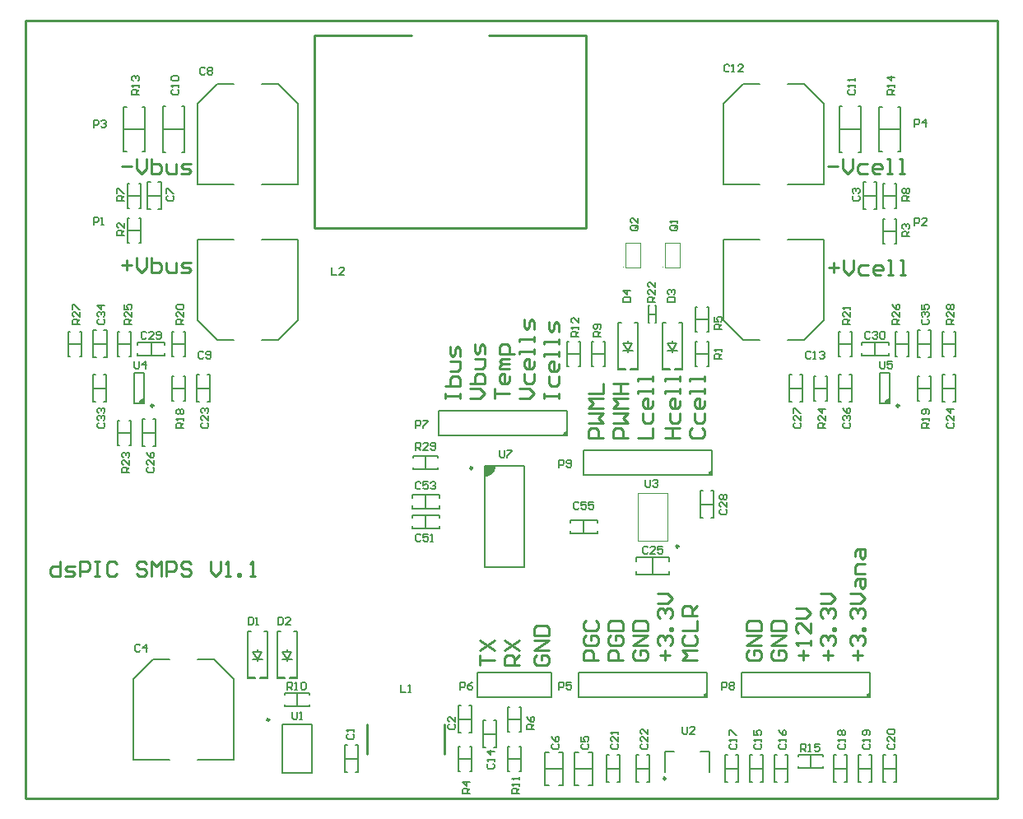
<source format=gto>
G04 Layer_Color=65535*
%FSLAX25Y25*%
%MOIN*%
G70*
G01*
G75*
%ADD33C,0.01000*%
%ADD43C,0.00984*%
%ADD44C,0.00787*%
%ADD45C,0.00394*%
%ADD46C,0.00591*%
%ADD47C,0.00500*%
G36*
X190063Y132898D02*
X187701Y130535D01*
X185929D01*
Y134472D01*
X190063D01*
Y132898D01*
D02*
G37*
G36*
X342024Y41000D02*
X340685D01*
Y41669D01*
X341472Y42457D01*
X342024D01*
Y41000D01*
D02*
G37*
G36*
X276024D02*
X274685D01*
Y41669D01*
X275472Y42457D01*
X276024D01*
Y41000D01*
D02*
G37*
G36*
X278024Y131000D02*
X276685D01*
Y131669D01*
X277472Y132457D01*
X278024D01*
Y131000D01*
D02*
G37*
G36*
X349969Y159898D02*
X348000D01*
Y160488D01*
X349181Y161669D01*
X349969D01*
Y159898D01*
D02*
G37*
G36*
X47969D02*
X46000D01*
Y160488D01*
X47181Y161669D01*
X47969D01*
Y159898D01*
D02*
G37*
G36*
X219283Y147000D02*
X217944D01*
Y147669D01*
X218731Y148457D01*
X219283D01*
Y147000D01*
D02*
G37*
D33*
X138252Y18094D02*
Y29906D01*
X169748Y18094D02*
Y29906D01*
X226921Y231024D02*
Y308976D01*
X117079Y231024D02*
X226921D01*
X117079D02*
Y308976D01*
X156252D01*
X187748D02*
X226921D01*
X0Y0D02*
Y314961D01*
Y0D02*
X393701D01*
Y314961D01*
X0D02*
X393701D01*
X325047Y255999D02*
X329046D01*
X331045Y258998D02*
Y254999D01*
X333045Y253000D01*
X335044Y254999D01*
Y258998D01*
X341042Y256999D02*
X338043D01*
X337043Y255999D01*
Y254000D01*
X338043Y253000D01*
X341042D01*
X346041D02*
X344041D01*
X343041Y254000D01*
Y255999D01*
X344041Y256999D01*
X346041D01*
X347040Y255999D01*
Y254999D01*
X343041D01*
X349040Y253000D02*
X351039D01*
X350039D01*
Y258998D01*
X349040D01*
X354038Y253000D02*
X356037D01*
X355037D01*
Y258998D01*
X354038D01*
X325441Y214999D02*
X329440D01*
X327440Y216998D02*
Y213000D01*
X331439Y217998D02*
Y213999D01*
X333438Y212000D01*
X335438Y213999D01*
Y217998D01*
X341436Y215999D02*
X338437D01*
X337437Y214999D01*
Y213000D01*
X338437Y212000D01*
X341436D01*
X346434D02*
X344435D01*
X343435Y213000D01*
Y214999D01*
X344435Y215999D01*
X346434D01*
X347434Y214999D01*
Y213999D01*
X343435D01*
X349433Y212000D02*
X351432D01*
X350433D01*
Y217998D01*
X349433D01*
X354432Y212000D02*
X356431D01*
X355431D01*
Y217998D01*
X354432D01*
X39000Y255999D02*
X42999D01*
X44998Y258998D02*
Y254999D01*
X46997Y253000D01*
X48997Y254999D01*
Y258998D01*
X50996D02*
Y253000D01*
X53995D01*
X54995Y254000D01*
Y254999D01*
Y255999D01*
X53995Y256999D01*
X50996D01*
X56994D02*
Y254000D01*
X57994Y253000D01*
X60993D01*
Y256999D01*
X62992Y253000D02*
X65991D01*
X66991Y254000D01*
X65991Y254999D01*
X63992D01*
X62992Y255999D01*
X63992Y256999D01*
X66991D01*
X39000Y215999D02*
X42999D01*
X40999Y217998D02*
Y214000D01*
X44998Y218998D02*
Y214999D01*
X46997Y213000D01*
X48997Y214999D01*
Y218998D01*
X50996D02*
Y213000D01*
X53995D01*
X54995Y214000D01*
Y214999D01*
Y215999D01*
X53995Y216999D01*
X50996D01*
X56994D02*
Y214000D01*
X57994Y213000D01*
X60993D01*
Y216999D01*
X62992Y213000D02*
X65991D01*
X66991Y214000D01*
X65991Y214999D01*
X63992D01*
X62992Y215999D01*
X63992Y216999D01*
X66991D01*
X13999Y95998D02*
Y90000D01*
X11000D01*
X10000Y91000D01*
Y92999D01*
X11000Y93999D01*
X13999D01*
X15998Y90000D02*
X18997D01*
X19997Y91000D01*
X18997Y91999D01*
X16998D01*
X15998Y92999D01*
X16998Y93999D01*
X19997D01*
X21996Y90000D02*
Y95998D01*
X24995D01*
X25995Y94998D01*
Y92999D01*
X24995Y91999D01*
X21996D01*
X27994Y95998D02*
X29994D01*
X28994D01*
Y90000D01*
X27994D01*
X29994D01*
X36991Y94998D02*
X35992Y95998D01*
X33992D01*
X32993Y94998D01*
Y91000D01*
X33992Y90000D01*
X35992D01*
X36991Y91000D01*
X48987Y94998D02*
X47988Y95998D01*
X45988D01*
X44989Y94998D01*
Y93999D01*
X45988Y92999D01*
X47988D01*
X48987Y91999D01*
Y91000D01*
X47988Y90000D01*
X45988D01*
X44989Y91000D01*
X50987Y90000D02*
Y95998D01*
X52986Y93999D01*
X54985Y95998D01*
Y90000D01*
X56985D02*
Y95998D01*
X59984D01*
X60984Y94998D01*
Y92999D01*
X59984Y91999D01*
X56985D01*
X66982Y94998D02*
X65982Y95998D01*
X63982D01*
X62983Y94998D01*
Y93999D01*
X63982Y92999D01*
X65982D01*
X66982Y91999D01*
Y91000D01*
X65982Y90000D01*
X63982D01*
X62983Y91000D01*
X74979Y95998D02*
Y91999D01*
X76978Y90000D01*
X78978Y91999D01*
Y95998D01*
X80977Y90000D02*
X82976D01*
X81977D01*
Y95998D01*
X80977Y94998D01*
X85975Y90000D02*
Y91000D01*
X86975D01*
Y90000D01*
X85975D01*
X90974D02*
X92973D01*
X91974D01*
Y95998D01*
X90974Y94998D01*
X337001Y56000D02*
Y59999D01*
X335002Y57999D02*
X339000D01*
X335002Y61998D02*
X334002Y62998D01*
Y64997D01*
X335002Y65997D01*
X336001D01*
X337001Y64997D01*
Y63997D01*
Y64997D01*
X338001Y65997D01*
X339000D01*
X340000Y64997D01*
Y62998D01*
X339000Y61998D01*
X340000Y67996D02*
X339000D01*
Y68996D01*
X340000D01*
Y67996D01*
X335002Y72995D02*
X334002Y73994D01*
Y75994D01*
X335002Y76993D01*
X336001D01*
X337001Y75994D01*
Y74994D01*
Y75994D01*
X338001Y76993D01*
X339000D01*
X340000Y75994D01*
Y73994D01*
X339000Y72995D01*
X334002Y78993D02*
X338001D01*
X340000Y80992D01*
X338001Y82991D01*
X334002D01*
X336001Y85990D02*
Y87990D01*
X337001Y88989D01*
X340000D01*
Y85990D01*
X339000Y84991D01*
X338001Y85990D01*
Y88989D01*
X340000Y90989D02*
X336001D01*
Y93988D01*
X337001Y94987D01*
X340000D01*
X336001Y97986D02*
Y99986D01*
X337001Y100986D01*
X340000D01*
Y97986D01*
X339000Y96987D01*
X338001Y97986D01*
Y100986D01*
X325001Y56000D02*
Y59999D01*
X323002Y57999D02*
X327000D01*
X323002Y61998D02*
X322002Y62998D01*
Y64997D01*
X323002Y65997D01*
X324001D01*
X325001Y64997D01*
Y63997D01*
Y64997D01*
X326001Y65997D01*
X327000D01*
X328000Y64997D01*
Y62998D01*
X327000Y61998D01*
X328000Y67996D02*
X327000D01*
Y68996D01*
X328000D01*
Y67996D01*
X323002Y72995D02*
X322002Y73994D01*
Y75994D01*
X323002Y76993D01*
X324001D01*
X325001Y75994D01*
Y74994D01*
Y75994D01*
X326001Y76993D01*
X327000D01*
X328000Y75994D01*
Y73994D01*
X327000Y72995D01*
X322002Y78993D02*
X326001D01*
X328000Y80992D01*
X326001Y82991D01*
X322002D01*
X315001Y56000D02*
Y59999D01*
X313002Y57999D02*
X317000D01*
X318000Y61998D02*
Y63997D01*
Y62998D01*
X312002D01*
X313002Y61998D01*
X318000Y70995D02*
Y66996D01*
X314001Y70995D01*
X313002D01*
X312002Y69995D01*
Y67996D01*
X313002Y66996D01*
X312002Y72995D02*
X316001D01*
X318000Y74994D01*
X316001Y76993D01*
X312002D01*
X303002Y59999D02*
X302002Y58999D01*
Y57000D01*
X303002Y56000D01*
X307000D01*
X308000Y57000D01*
Y58999D01*
X307000Y59999D01*
X305001D01*
Y57999D01*
X308000Y61998D02*
X302002D01*
X308000Y65997D01*
X302002D01*
Y67996D02*
X308000D01*
Y70995D01*
X307000Y71995D01*
X303002D01*
X302002Y70995D01*
Y67996D01*
X293002Y59999D02*
X292002Y58999D01*
Y57000D01*
X293002Y56000D01*
X297000D01*
X298000Y57000D01*
Y58999D01*
X297000Y59999D01*
X295001D01*
Y57999D01*
X298000Y61998D02*
X292002D01*
X298000Y65997D01*
X292002D01*
Y67996D02*
X298000D01*
Y70995D01*
X297000Y71995D01*
X293002D01*
X292002Y70995D01*
Y67996D01*
X232000Y56000D02*
X226002D01*
Y58999D01*
X227002Y59999D01*
X229001D01*
X230001Y58999D01*
Y56000D01*
X227002Y65997D02*
X226002Y64997D01*
Y62998D01*
X227002Y61998D01*
X231000D01*
X232000Y62998D01*
Y64997D01*
X231000Y65997D01*
X229001D01*
Y63997D01*
X227002Y71995D02*
X226002Y70995D01*
Y68996D01*
X227002Y67996D01*
X231000D01*
X232000Y68996D01*
Y70995D01*
X231000Y71995D01*
X242000Y56000D02*
X236002D01*
Y58999D01*
X237002Y59999D01*
X239001D01*
X240001Y58999D01*
Y56000D01*
X237002Y65997D02*
X236002Y64997D01*
Y62998D01*
X237002Y61998D01*
X241000D01*
X242000Y62998D01*
Y64997D01*
X241000Y65997D01*
X239001D01*
Y63997D01*
X236002Y67996D02*
X242000D01*
Y70995D01*
X241000Y71995D01*
X237002D01*
X236002Y70995D01*
Y67996D01*
X247002Y59999D02*
X246002Y58999D01*
Y57000D01*
X247002Y56000D01*
X251000D01*
X252000Y57000D01*
Y58999D01*
X251000Y59999D01*
X249001D01*
Y57999D01*
X252000Y61998D02*
X246002D01*
X252000Y65997D01*
X246002D01*
Y67996D02*
X252000D01*
Y70995D01*
X251000Y71995D01*
X247002D01*
X246002Y70995D01*
Y67996D01*
X259001Y56000D02*
Y59999D01*
X257002Y57999D02*
X261000D01*
X257002Y61998D02*
X256002Y62998D01*
Y64997D01*
X257002Y65997D01*
X258001D01*
X259001Y64997D01*
Y63997D01*
Y64997D01*
X260001Y65997D01*
X261000D01*
X262000Y64997D01*
Y62998D01*
X261000Y61998D01*
X262000Y67996D02*
X261000D01*
Y68996D01*
X262000D01*
Y67996D01*
X257002Y72995D02*
X256002Y73994D01*
Y75994D01*
X257002Y76993D01*
X258001D01*
X259001Y75994D01*
Y74994D01*
Y75994D01*
X260001Y76993D01*
X261000D01*
X262000Y75994D01*
Y73994D01*
X261000Y72995D01*
X256002Y78993D02*
X260001D01*
X262000Y80992D01*
X260001Y82991D01*
X256002D01*
X272000Y56000D02*
X266002D01*
X268001Y57999D01*
X266002Y59999D01*
X272000D01*
X267002Y65997D02*
X266002Y64997D01*
Y62998D01*
X267002Y61998D01*
X271000D01*
X272000Y62998D01*
Y64997D01*
X271000Y65997D01*
X266002Y67996D02*
X272000D01*
Y71995D01*
Y73994D02*
X266002D01*
Y76993D01*
X267002Y77993D01*
X269001D01*
X270001Y76993D01*
Y73994D01*
Y75994D02*
X272000Y77993D01*
X234000Y146000D02*
X228002D01*
Y148999D01*
X229002Y149999D01*
X231001D01*
X232001Y148999D01*
Y146000D01*
X228002Y151998D02*
X234000D01*
X232001Y153997D01*
X234000Y155997D01*
X228002D01*
X234000Y157996D02*
X228002D01*
X230001Y159995D01*
X228002Y161995D01*
X234000D01*
X228002Y163994D02*
X234000D01*
Y167993D01*
X244000Y146000D02*
X238002D01*
Y148999D01*
X239002Y149999D01*
X241001D01*
X242001Y148999D01*
Y146000D01*
X238002Y151998D02*
X244000D01*
X242001Y153997D01*
X244000Y155997D01*
X238002D01*
X244000Y157996D02*
X238002D01*
X240001Y159995D01*
X238002Y161995D01*
X244000D01*
X238002Y163994D02*
X244000D01*
X241001D01*
Y167993D01*
X238002D01*
X244000D01*
X248002Y146000D02*
X254000D01*
Y149999D01*
X250001Y155997D02*
Y152998D01*
X251001Y151998D01*
X253000D01*
X254000Y152998D01*
Y155997D01*
Y160995D02*
Y158996D01*
X253000Y157996D01*
X251001D01*
X250001Y158996D01*
Y160995D01*
X251001Y161995D01*
X252001D01*
Y157996D01*
X254000Y163994D02*
Y165993D01*
Y164994D01*
X248002D01*
Y163994D01*
X254000Y168993D02*
Y170992D01*
Y169992D01*
X248002D01*
Y168993D01*
X270002Y149999D02*
X269002Y148999D01*
Y147000D01*
X270002Y146000D01*
X274000D01*
X275000Y147000D01*
Y148999D01*
X274000Y149999D01*
X271001Y155997D02*
Y152998D01*
X272001Y151998D01*
X274000D01*
X275000Y152998D01*
Y155997D01*
Y160995D02*
Y158996D01*
X274000Y157996D01*
X272001D01*
X271001Y158996D01*
Y160995D01*
X272001Y161995D01*
X273001D01*
Y157996D01*
X275000Y163994D02*
Y165993D01*
Y164994D01*
X269002D01*
Y163994D01*
X275000Y168993D02*
Y170992D01*
Y169992D01*
X269002D01*
Y168993D01*
X259002Y146000D02*
X265000D01*
X262001D01*
Y149999D01*
X259002D01*
X265000D01*
X261001Y155997D02*
Y152998D01*
X262001Y151998D01*
X264000D01*
X265000Y152998D01*
Y155997D01*
Y160995D02*
Y158996D01*
X264000Y157996D01*
X262001D01*
X261001Y158996D01*
Y160995D01*
X262001Y161995D01*
X263001D01*
Y157996D01*
X265000Y163994D02*
Y165993D01*
Y164994D01*
X259002D01*
Y163994D01*
X265000Y168993D02*
Y170992D01*
Y169992D01*
X259002D01*
Y168993D01*
X184002Y54000D02*
Y57999D01*
Y55999D01*
X190000D01*
X184002Y59998D02*
X190000Y63997D01*
X184002D02*
X190000Y59998D01*
X200000Y54000D02*
X194002D01*
Y56999D01*
X195002Y57999D01*
X197001D01*
X198001Y56999D01*
Y54000D01*
Y55999D02*
X200000Y57999D01*
X194002Y59998D02*
X200000Y63997D01*
X194002D02*
X200000Y59998D01*
X207002Y57999D02*
X206002Y56999D01*
Y55000D01*
X207002Y54000D01*
X211000D01*
X212000Y55000D01*
Y56999D01*
X211000Y57999D01*
X209001D01*
Y55999D01*
X212000Y59998D02*
X206002D01*
X212000Y63997D01*
X206002D01*
Y65996D02*
X212000D01*
Y68995D01*
X211000Y69995D01*
X207002D01*
X206002Y68995D01*
Y65996D01*
X190002Y162000D02*
Y165999D01*
Y163999D01*
X196000D01*
Y170997D02*
Y168998D01*
X195000Y167998D01*
X193001D01*
X192001Y168998D01*
Y170997D01*
X193001Y171997D01*
X194001D01*
Y167998D01*
X196000Y173996D02*
X192001D01*
Y174996D01*
X193001Y175996D01*
X196000D01*
X193001D01*
X192001Y176995D01*
X193001Y177995D01*
X196000D01*
X197999Y179994D02*
X192001D01*
Y182993D01*
X193001Y183993D01*
X195000D01*
X196000Y182993D01*
Y179994D01*
X210002Y162000D02*
Y163999D01*
Y163000D01*
X216000D01*
Y162000D01*
Y163999D01*
X212001Y170997D02*
Y167998D01*
X213001Y166998D01*
X215000D01*
X216000Y167998D01*
Y170997D01*
Y175996D02*
Y173996D01*
X215000Y172996D01*
X213001D01*
X212001Y173996D01*
Y175996D01*
X213001Y176995D01*
X214001D01*
Y172996D01*
X216000Y178995D02*
Y180994D01*
Y179994D01*
X210002D01*
Y178995D01*
X216000Y183993D02*
Y185992D01*
Y184993D01*
X210002D01*
Y183993D01*
X216000Y188991D02*
Y191990D01*
X215000Y192990D01*
X214001Y191990D01*
Y189991D01*
X213001Y188991D01*
X212001Y189991D01*
Y192990D01*
X200002Y162000D02*
X204001D01*
X206000Y163999D01*
X204001Y165999D01*
X200002D01*
X202001Y171997D02*
Y168998D01*
X203001Y167998D01*
X205000D01*
X206000Y168998D01*
Y171997D01*
Y176995D02*
Y174996D01*
X205000Y173996D01*
X203001D01*
X202001Y174996D01*
Y176995D01*
X203001Y177995D01*
X204001D01*
Y173996D01*
X206000Y179994D02*
Y181993D01*
Y180994D01*
X200002D01*
Y179994D01*
X206000Y184993D02*
Y186992D01*
Y185992D01*
X200002D01*
Y184993D01*
X206000Y189991D02*
Y192990D01*
X205000Y193990D01*
X204001Y192990D01*
Y190991D01*
X203001Y189991D01*
X202001Y190991D01*
Y193990D01*
X170002Y162000D02*
Y163999D01*
Y163000D01*
X176000D01*
Y162000D01*
Y163999D01*
X170002Y166998D02*
X176000D01*
Y169997D01*
X175000Y170997D01*
X174001D01*
X173001D01*
X172001Y169997D01*
Y166998D01*
Y172996D02*
X175000D01*
X176000Y173996D01*
Y176995D01*
X172001D01*
X176000Y178995D02*
Y181993D01*
X175000Y182993D01*
X174001Y181993D01*
Y179994D01*
X173001Y178995D01*
X172001Y179994D01*
Y182993D01*
X180002Y162000D02*
X184001D01*
X186000Y163999D01*
X184001Y165999D01*
X180002D01*
Y167998D02*
X186000D01*
Y170997D01*
X185000Y171997D01*
X184001D01*
X183001D01*
X182001Y170997D01*
Y167998D01*
Y173996D02*
X185000D01*
X186000Y174996D01*
Y177995D01*
X182001D01*
X186000Y179994D02*
Y182993D01*
X185000Y183993D01*
X184001Y182993D01*
Y180994D01*
X183001Y179994D01*
X182001Y180994D01*
Y183993D01*
D43*
X98681Y31811D02*
G03*
X98681Y31811I-492J0D01*
G01*
X259240Y7986D02*
G03*
X259240Y7986I-492J0D01*
G01*
X353807Y159012D02*
G03*
X353807Y159012I-492J0D01*
G01*
X51807D02*
G03*
X51807Y159012I-492J0D01*
G01*
X264492Y102000D02*
G03*
X264492Y102000I-492J0D01*
G01*
X180909Y133685D02*
G03*
X180909Y133685I-492J0D01*
G01*
D44*
X276024Y42457D02*
G03*
X274685Y41118I0J-1339D01*
G01*
X349772Y161669D02*
G03*
X348000Y159898I0J-1772D01*
G01*
X47772Y161669D02*
G03*
X46000Y159898I0J-1772D01*
G01*
X342024Y42457D02*
G03*
X340685Y41118I0J-1339D01*
G01*
X278024Y132457D02*
G03*
X276685Y131118I0J-1339D01*
G01*
X186126Y130535D02*
G03*
X190063Y134472I0J3937D01*
G01*
X219283Y148457D02*
G03*
X217944Y147118I0J-1339D01*
G01*
X104000Y10158D02*
X116000D01*
X104000Y29842D02*
X116000D01*
Y10158D02*
Y29842D01*
X104000Y10158D02*
Y29842D01*
X43724Y15724D02*
Y48402D01*
Y15724D02*
X58291D01*
X69709D02*
X84276D01*
Y48402D01*
X51598Y56276D02*
X58291D01*
X43724Y48402D02*
X51598Y56276D01*
X76402D02*
X84276Y48402D01*
X69709Y56276D02*
X76402D01*
X258945Y10545D02*
Y18921D01*
X262685D01*
X277055Y10545D02*
Y18921D01*
X273315D02*
X277055D01*
X274685Y41000D02*
Y41118D01*
X223976Y41000D02*
X276024D01*
X223976D02*
Y51000D01*
X276024D01*
Y41000D02*
Y51000D01*
X346031Y159898D02*
Y172102D01*
X349969Y159898D02*
Y172102D01*
X346031D02*
X349969D01*
X346031Y159898D02*
X349969D01*
X349772Y161669D02*
X349969D01*
X44032Y159898D02*
Y172102D01*
X47969Y159898D02*
Y172102D01*
X44032D02*
X47969D01*
X44032Y159898D02*
X47969D01*
X47772Y161669D02*
X47969D01*
X282724Y248724D02*
Y281402D01*
Y248724D02*
X297291D01*
X308709D02*
X323276D01*
Y281402D01*
X290598Y289276D02*
X297291D01*
X282724Y281402D02*
X290598Y289276D01*
X315402D02*
X323276Y281402D01*
X308709Y289276D02*
X315402D01*
X323276Y193598D02*
Y226276D01*
X308709D02*
X323276D01*
X282724D02*
X297291D01*
X282724Y193598D02*
Y226276D01*
X308709Y185724D02*
X315402D01*
X323276Y193598D01*
X282724D02*
X290598Y185724D01*
X297291D01*
X244000Y184181D02*
Y185362D01*
Y180638D02*
Y181425D01*
X242032Y184181D02*
X245575D01*
X242032D02*
X244000Y181425D01*
X245575Y184181D01*
X242032Y181425D02*
X245969D01*
X262000Y184181D02*
Y185362D01*
Y180638D02*
Y181425D01*
X260032Y184181D02*
X263575D01*
X260032D02*
X262000Y181425D01*
X263575Y184181D01*
X260032Y181425D02*
X263968D01*
X110276Y193598D02*
Y226276D01*
X95709D02*
X110276D01*
X69724D02*
X84291D01*
X69724Y193598D02*
Y226276D01*
X95709Y185724D02*
X102402D01*
X110276Y193598D01*
X69724D02*
X77598Y185724D01*
X84291D01*
X69724Y248724D02*
Y281402D01*
Y248724D02*
X84291D01*
X95709D02*
X110276D01*
Y281402D01*
X77598Y289276D02*
X84291D01*
X69724Y281402D02*
X77598Y289276D01*
X102402D02*
X110276Y281402D01*
X95709Y289276D02*
X102402D01*
X106000Y59181D02*
Y60362D01*
Y55638D02*
Y56425D01*
X104032Y59181D02*
X107575D01*
X104032D02*
X106000Y56425D01*
X107575Y59181D01*
X104032Y56425D02*
X107968D01*
X94000Y59181D02*
Y60362D01*
Y55638D02*
Y56425D01*
X92032Y59181D02*
X95575D01*
X92032D02*
X94000Y56425D01*
X95575Y59181D01*
X92032Y56425D02*
X95969D01*
X342024Y41000D02*
Y51000D01*
X289976D02*
X342024D01*
X289976Y41000D02*
Y51000D01*
Y41000D02*
X342024D01*
X340685D02*
Y41118D01*
X278024Y131000D02*
Y141000D01*
X225976D02*
X278024D01*
X225976Y131000D02*
Y141000D01*
Y131000D02*
X278024D01*
X276685D02*
Y131118D01*
X185929Y130535D02*
X186126D01*
X185929Y93528D02*
X202071D01*
X185929Y134472D02*
X202071D01*
Y93528D02*
Y134472D01*
X185929Y93528D02*
Y134472D01*
X183000Y41000D02*
Y51000D01*
X213000D01*
Y41000D02*
Y51000D01*
X183000Y41000D02*
X213000D01*
X219283Y147000D02*
Y157000D01*
X167235D02*
X219283D01*
X167235Y147000D02*
Y157000D01*
Y147000D02*
X219283D01*
X217944D02*
Y147118D01*
D45*
X242260Y215079D02*
G03*
X242260Y215079I-197J0D01*
G01*
X258260D02*
G03*
X258260Y215079I-197J0D01*
G01*
X248000Y104354D02*
X260000D01*
Y123646D01*
X248000D02*
X260000D01*
X248000Y104354D02*
Y123646D01*
X243047Y215079D02*
X248952D01*
Y224922D01*
X243047D02*
X248952D01*
X243047Y215079D02*
Y224922D01*
X259047Y215079D02*
X264952D01*
Y224922D01*
X259047D02*
X264952D01*
X259047Y215079D02*
Y224922D01*
D46*
X110000Y37244D02*
Y42756D01*
X105000Y42000D02*
Y42756D01*
X115000D01*
Y42000D02*
Y42756D01*
Y37244D02*
Y38000D01*
X105000Y37244D02*
X115000D01*
X105000D02*
Y38000D01*
X129244Y21512D02*
X130425D01*
X129244Y10488D02*
Y21512D01*
Y10488D02*
X130425D01*
X133575D02*
X134756D01*
Y21512D01*
X133575D02*
X134756D01*
X129244Y16000D02*
X134756D01*
X210457Y12000D02*
X217543D01*
X215968Y5307D02*
X217543D01*
Y18693D01*
X215968D02*
X217543D01*
X210457D02*
X212032D01*
X210457Y5307D02*
Y18693D01*
Y5307D02*
X212032D01*
X222457Y12000D02*
X229543D01*
X227969Y5307D02*
X229543D01*
Y18693D01*
X227969D02*
X229543D01*
X222457D02*
X224031D01*
X222457Y5307D02*
Y18693D01*
Y5307D02*
X224031D01*
X195244Y16000D02*
X200756D01*
X200000Y21000D02*
X200756D01*
Y11000D02*
Y21000D01*
X200000Y11000D02*
X200756D01*
X195244D02*
X196000D01*
X195244D02*
Y21000D01*
X196000D01*
X195244Y32000D02*
X200756D01*
X200000Y37000D02*
X200756D01*
Y27000D02*
Y37000D01*
X200000Y27000D02*
X200756D01*
X195244D02*
X196000D01*
X195244D02*
Y37000D01*
X196000D01*
X189503Y20488D02*
X190684D01*
Y31512D01*
X189503D02*
X190684D01*
X185172D02*
X186353D01*
X185172Y20488D02*
Y31512D01*
Y20488D02*
X186353D01*
X185172Y26000D02*
X190684D01*
X175244Y16000D02*
X180756D01*
X175244Y11000D02*
X176000D01*
X175244D02*
Y21000D01*
X176000D01*
X180000D02*
X180756D01*
Y11000D02*
Y21000D01*
X180000Y11000D02*
X180756D01*
X179575Y26488D02*
X180756D01*
Y37512D01*
X179575D02*
X180756D01*
X175244D02*
X176425D01*
X175244Y26488D02*
Y37512D01*
Y26488D02*
X176425D01*
X175244Y32000D02*
X180756D01*
X235244Y17512D02*
X236425D01*
X235244Y6488D02*
Y17512D01*
Y6488D02*
X236425D01*
X239575D02*
X240756D01*
Y17512D01*
X239575D02*
X240756D01*
X235244Y12000D02*
X240756D01*
X347244Y17512D02*
X348425D01*
X347244Y6488D02*
Y17512D01*
Y6488D02*
X348425D01*
X351575D02*
X352756D01*
Y17512D01*
X351575D02*
X352756D01*
X347244Y12000D02*
X352756D01*
X337244Y17512D02*
X338425D01*
X337244Y6488D02*
Y17512D01*
Y6488D02*
X338425D01*
X341575D02*
X342756D01*
Y17512D01*
X341575D02*
X342756D01*
X337244Y12000D02*
X342756D01*
X327244Y17512D02*
X328425D01*
X327244Y6488D02*
Y17512D01*
Y6488D02*
X328425D01*
X331575D02*
X332756D01*
Y17512D01*
X331575D02*
X332756D01*
X327244Y12000D02*
X332756D01*
X283244Y17512D02*
X284425D01*
X283244Y6488D02*
Y17512D01*
Y6488D02*
X284425D01*
X287575D02*
X288756D01*
Y17512D01*
X287575D02*
X288756D01*
X283244Y12000D02*
X288756D01*
X318000Y12244D02*
Y17756D01*
X323000Y12244D02*
Y13000D01*
X313000Y12244D02*
X323000D01*
X313000D02*
Y13000D01*
Y17000D02*
Y17756D01*
X323000D01*
Y17000D02*
Y17756D01*
X293244Y17512D02*
X294425D01*
X293244Y6488D02*
Y17512D01*
Y6488D02*
X294425D01*
X297575D02*
X298756D01*
Y17512D01*
X297575D02*
X298756D01*
X293244Y12000D02*
X298756D01*
X303244Y17512D02*
X304425D01*
X303244Y6488D02*
Y17512D01*
Y6488D02*
X304425D01*
X307575D02*
X308756D01*
Y17512D01*
X307575D02*
X308756D01*
X303244Y12000D02*
X308756D01*
X162000Y133244D02*
Y138756D01*
X167000Y133244D02*
Y134000D01*
X157000Y133244D02*
X167000D01*
X157000D02*
Y134000D01*
Y138000D02*
Y138756D01*
X167000D01*
Y138000D02*
Y138756D01*
X252290Y192457D02*
X252684D01*
X252290Y196000D02*
X255440D01*
X252290Y192457D02*
Y196000D01*
X255440Y192457D02*
Y196787D01*
X255046Y192457D02*
X255440D01*
Y196787D02*
Y199543D01*
X255046D02*
X255440D01*
X252290Y196000D02*
Y199543D01*
X252684D01*
X371244Y184000D02*
X376756D01*
X371244Y179000D02*
X372000D01*
X371244D02*
Y189000D01*
X372000D01*
X376000D02*
X376756D01*
Y179000D02*
Y189000D01*
X376000Y179000D02*
X376756D01*
X361244Y189512D02*
X362425D01*
X361244Y178488D02*
Y189512D01*
Y178488D02*
X362425D01*
X365575D02*
X366756D01*
Y189512D01*
X365575D02*
X366756D01*
X361244Y184000D02*
X366756D01*
X352244D02*
X357756D01*
X352244Y179000D02*
X353000D01*
X352244D02*
Y189000D01*
X353000D01*
X357000D02*
X357756D01*
Y179000D02*
Y189000D01*
X357000Y179000D02*
X357756D01*
X349512Y183575D02*
Y184756D01*
X338488D02*
X349512D01*
X338488Y183575D02*
Y184756D01*
Y179244D02*
Y180425D01*
Y179244D02*
X349512D01*
Y180425D01*
X344000Y179244D02*
Y184756D01*
X329244Y184000D02*
X334756D01*
X329244Y179000D02*
X330000D01*
X329244D02*
Y189000D01*
X330000D01*
X334000D02*
X334756D01*
Y179000D02*
Y189000D01*
X334000Y179000D02*
X334756D01*
X371244Y171512D02*
X372425D01*
X371244Y160488D02*
Y171512D01*
Y160488D02*
X372425D01*
X375575D02*
X376756D01*
Y171512D01*
X375575D02*
X376756D01*
X371244Y166000D02*
X376756D01*
X361244D02*
X366756D01*
X361244Y161000D02*
X362000D01*
X361244D02*
Y171000D01*
X362000D01*
X366000D02*
X366756D01*
Y161000D02*
Y171000D01*
X366000Y161000D02*
X366756D01*
X333575Y160488D02*
X334756D01*
Y171512D01*
X333575D02*
X334756D01*
X329244D02*
X330425D01*
X329244Y160488D02*
Y171512D01*
Y160488D02*
X330425D01*
X329244Y166000D02*
X334756D01*
X319244D02*
X324756D01*
X319244Y161000D02*
X320000D01*
X319244D02*
Y171000D01*
X320000D01*
X324000D02*
X324756D01*
Y161000D02*
Y171000D01*
X324000Y161000D02*
X324756D01*
X309244Y171512D02*
X310425D01*
X309244Y160488D02*
Y171512D01*
Y160488D02*
X310425D01*
X313575D02*
X314756D01*
Y171512D01*
X313575D02*
X314756D01*
X309244Y166000D02*
X314756D01*
X59244D02*
X64756D01*
X64000Y171000D02*
X64756D01*
Y161000D02*
Y171000D01*
X64000Y161000D02*
X64756D01*
X59244D02*
X60000D01*
X59244D02*
Y171000D01*
X60000D01*
X31575Y160488D02*
X32756D01*
Y171512D01*
X31575D02*
X32756D01*
X27244D02*
X28425D01*
X27244Y160488D02*
Y171512D01*
Y160488D02*
X28425D01*
X27244Y166000D02*
X32756D01*
X73575Y160488D02*
X74756D01*
Y171512D01*
X73575D02*
X74756D01*
X69244D02*
X70425D01*
X69244Y160488D02*
Y171512D01*
Y160488D02*
X70425D01*
X69244Y166000D02*
X74756D01*
X47244Y153512D02*
X48425D01*
X47244Y142488D02*
Y153512D01*
Y142488D02*
X48425D01*
X51575D02*
X52756D01*
Y153512D01*
X51575D02*
X52756D01*
X47244Y148000D02*
X52756D01*
X37244D02*
X42756D01*
X42000Y153000D02*
X42756D01*
Y143000D02*
Y153000D01*
X42000Y143000D02*
X42756D01*
X37244D02*
X38000D01*
X37244D02*
Y153000D01*
X38000D01*
X27316Y189512D02*
X28497D01*
X27316Y178488D02*
Y189512D01*
Y178488D02*
X28497D01*
X31647D02*
X32828D01*
Y189512D01*
X31647D02*
X32828D01*
X27316Y184000D02*
X32828D01*
X17244D02*
X22756D01*
X17244Y179000D02*
X18000D01*
X17244D02*
Y189000D01*
X18000D01*
X22000D02*
X22756D01*
Y179000D02*
Y189000D01*
X22000Y179000D02*
X22756D01*
X45316Y179244D02*
Y180425D01*
Y179244D02*
X56340D01*
Y180425D01*
Y183575D02*
Y184756D01*
X45316D02*
X56340D01*
X45316Y183575D02*
Y184756D01*
X50828Y179244D02*
Y184756D01*
X37244Y184000D02*
X42756D01*
X42000Y189000D02*
X42756D01*
Y179000D02*
Y189000D01*
X42000Y179000D02*
X42756D01*
X37244D02*
X38000D01*
X37244D02*
Y189000D01*
X38000D01*
X59244Y184000D02*
X64756D01*
X64000Y189000D02*
X64756D01*
Y179000D02*
Y189000D01*
X64000Y179000D02*
X64756D01*
X59244D02*
X60000D01*
X59244D02*
Y189000D01*
X60000D01*
X254000Y90457D02*
Y97543D01*
X260693Y95969D02*
Y97543D01*
X247307D02*
X260693D01*
X247307Y95969D02*
Y97543D01*
Y90457D02*
Y92032D01*
Y90457D02*
X260693D01*
Y92032D01*
X273244Y124512D02*
X274425D01*
X273244Y113488D02*
Y124512D01*
Y113488D02*
X274425D01*
X277575D02*
X278756D01*
Y124512D01*
X277575D02*
X278756D01*
X273244Y119000D02*
X278756D01*
X271244Y194000D02*
X276756D01*
X271244Y189000D02*
X272000D01*
X271244D02*
Y199000D01*
X272000D01*
X276000D02*
X276756D01*
Y189000D02*
Y199000D01*
X276000Y189000D02*
X276756D01*
X219244Y180000D02*
X224756D01*
X224000Y185000D02*
X224756D01*
Y175000D02*
Y185000D01*
X224000Y175000D02*
X224756D01*
X219244D02*
X220000D01*
X219244D02*
Y185000D01*
X220000D01*
X347244Y229441D02*
X352756D01*
X347244Y224441D02*
X348000D01*
X347244D02*
Y234441D01*
X348000D01*
X352000D02*
X352756D01*
Y224441D02*
Y234441D01*
X352000Y224441D02*
X352756D01*
X347244Y244000D02*
X352756D01*
X347244Y239000D02*
X348000D01*
X347244D02*
Y249000D01*
X348000D01*
X352000D02*
X352756D01*
Y239000D02*
Y249000D01*
X352000Y239000D02*
X352756D01*
X339172Y249512D02*
X340353D01*
X339172Y238488D02*
Y249512D01*
Y238488D02*
X340353D01*
X343503D02*
X344684D01*
Y249512D01*
X343503D02*
X344684D01*
X339172Y244000D02*
X344684D01*
X329571Y280350D02*
X330555D01*
X329571Y261650D02*
Y280350D01*
Y261650D02*
X330555D01*
X337445D02*
X338429D01*
Y280350D01*
X337445D02*
X338429D01*
X329571Y271000D02*
X338429D01*
X229244Y180000D02*
X234756D01*
X229244Y175000D02*
X230000D01*
X229244D02*
Y185000D01*
X230000D01*
X234000D02*
X234756D01*
Y175000D02*
Y185000D01*
X234000Y175000D02*
X234756D01*
X271244Y180000D02*
X276756D01*
X271244Y175000D02*
X272000D01*
X271244D02*
Y185000D01*
X272000D01*
X276000D02*
X276756D01*
Y175000D02*
Y185000D01*
X276000Y175000D02*
X276756D01*
X240000Y192500D02*
X241342D01*
X246657D02*
X248000D01*
X240000Y174000D02*
Y192500D01*
X248000Y174000D02*
Y192500D01*
X240000Y174000D02*
X243000D01*
Y173500D02*
Y174000D01*
X240000Y173500D02*
X243000D01*
X240000D02*
Y174000D01*
X248000Y173500D02*
Y174000D01*
X245000Y173500D02*
X248000D01*
X245000D02*
Y174000D01*
X248000D01*
X258000Y192500D02*
X259343D01*
X264657D02*
X266000D01*
X258000Y174000D02*
Y192500D01*
X266000Y174000D02*
Y192500D01*
X258000Y174000D02*
X261000D01*
Y173500D02*
Y174000D01*
X258000Y173500D02*
X261000D01*
X258000D02*
Y174000D01*
X266000Y173500D02*
Y174000D01*
X263000Y173500D02*
X266000D01*
X263000D02*
Y174000D01*
X266000D01*
X55571Y280350D02*
X56555D01*
X55571Y261650D02*
Y280350D01*
Y261650D02*
X56555D01*
X63445D02*
X64429D01*
Y280350D01*
X63445D02*
X64429D01*
X55571Y271000D02*
X64429D01*
X49316Y249512D02*
X50497D01*
X49316Y238488D02*
Y249512D01*
Y238488D02*
X50497D01*
X53647D02*
X54828D01*
Y249512D01*
X53647D02*
X54828D01*
X49316Y244000D02*
X54828D01*
X41244D02*
X46756D01*
X41244Y239000D02*
X42000D01*
X41244D02*
Y249000D01*
X42000D01*
X46000D02*
X46756D01*
Y239000D02*
Y249000D01*
X46000Y239000D02*
X46756D01*
X41244Y230000D02*
X46756D01*
X41244Y225000D02*
X42000D01*
X41244D02*
Y235000D01*
X42000D01*
X46000D02*
X46756D01*
Y225000D02*
Y235000D01*
X46000Y225000D02*
X46756D01*
X47150Y280055D02*
X48331D01*
Y261945D02*
Y280055D01*
X47150Y261945D02*
X48331D01*
X39669D02*
X40850D01*
X39669D02*
Y280055D01*
X40850D01*
X39669Y271000D02*
X48331D01*
X345669Y261945D02*
X346850D01*
X345669D02*
Y280055D01*
X346850D01*
X353150D02*
X354331D01*
Y261945D02*
Y280055D01*
X353150Y261945D02*
X354331D01*
X345669Y271000D02*
X354331D01*
X156488Y117316D02*
Y118497D01*
Y117316D02*
X167512D01*
Y118497D01*
Y121647D02*
Y122828D01*
X156488D02*
X167512D01*
X156488Y121647D02*
Y122828D01*
X162000Y117316D02*
Y122828D01*
X156488Y109244D02*
Y110425D01*
Y109244D02*
X167512D01*
Y110425D01*
Y113575D02*
Y114756D01*
X156488D02*
X167512D01*
X156488Y113575D02*
Y114756D01*
X162000Y109244D02*
Y114756D01*
X231512Y111575D02*
Y112756D01*
X220488D02*
X231512D01*
X220488Y111575D02*
Y112756D01*
Y107244D02*
Y108425D01*
Y107244D02*
X231512D01*
Y108425D01*
X226000Y107244D02*
Y112756D01*
X102000Y67500D02*
X103342D01*
X108658D02*
X110000D01*
X102000Y49000D02*
Y67500D01*
X110000Y49000D02*
Y67500D01*
X102000Y49000D02*
X105000D01*
Y48500D02*
Y49000D01*
X102000Y48500D02*
X105000D01*
X102000D02*
Y49000D01*
X110000Y48500D02*
Y49000D01*
X107000Y48500D02*
X110000D01*
X107000D02*
Y49000D01*
X110000D01*
X90000Y67500D02*
X91343D01*
X96658D02*
X98000D01*
X90000Y49000D02*
Y67500D01*
X98000Y49000D02*
Y67500D01*
X90000Y49000D02*
X93000D01*
Y48500D02*
Y49000D01*
X90000Y48500D02*
X93000D01*
X90000D02*
Y49000D01*
X98000Y48500D02*
Y49000D01*
X95000Y48500D02*
X98000D01*
X95000D02*
Y49000D01*
X98000D01*
X247244Y12000D02*
X252756D01*
X251575Y17512D02*
X252756D01*
Y6488D02*
Y17512D01*
X251575Y6488D02*
X252756D01*
X247244D02*
X248425D01*
X247244D02*
Y17512D01*
X248425D01*
D47*
X108000Y34999D02*
Y32500D01*
X108500Y32000D01*
X109500D01*
X109999Y32500D01*
Y34999D01*
X110999Y32000D02*
X111999D01*
X111499D01*
Y34999D01*
X110999Y34499D01*
X247500Y231999D02*
X245501D01*
X245001Y231500D01*
Y230500D01*
X245501Y230000D01*
X247500D01*
X248000Y230500D01*
Y231500D01*
X247000Y231000D02*
X248000Y231999D01*
Y231500D02*
X247500Y231999D01*
X248000Y234998D02*
Y232999D01*
X246001Y234998D01*
X245501D01*
X245001Y234499D01*
Y233499D01*
X245501Y232999D01*
X263500Y231999D02*
X261501D01*
X261001Y231500D01*
Y230500D01*
X261501Y230000D01*
X263500D01*
X264000Y230500D01*
Y231500D01*
X263000Y231000D02*
X264000Y231999D01*
Y231500D02*
X263500Y231999D01*
X264000Y232999D02*
Y233999D01*
Y233499D01*
X261001D01*
X261501Y232999D01*
X192000Y140999D02*
Y138500D01*
X192500Y138000D01*
X193500D01*
X193999Y138500D01*
Y140999D01*
X194999D02*
X196998D01*
Y140499D01*
X194999Y138500D01*
Y138000D01*
X346000Y176999D02*
Y174500D01*
X346500Y174000D01*
X347499D01*
X347999Y174500D01*
Y176999D01*
X350998D02*
X348999D01*
Y175499D01*
X349999Y175999D01*
X350499D01*
X350998Y175499D01*
Y174500D01*
X350499Y174000D01*
X349499D01*
X348999Y174500D01*
X44000Y176999D02*
Y174500D01*
X44500Y174000D01*
X45500D01*
X45999Y174500D01*
Y176999D01*
X48499Y174000D02*
Y176999D01*
X46999Y175499D01*
X48998D01*
X251000Y128999D02*
Y126500D01*
X251500Y126000D01*
X252500D01*
X252999Y126500D01*
Y128999D01*
X253999Y128499D02*
X254499Y128999D01*
X255499D01*
X255998Y128499D01*
Y127999D01*
X255499Y127499D01*
X254999D01*
X255499D01*
X255998Y127000D01*
Y126500D01*
X255499Y126000D01*
X254499D01*
X253999Y126500D01*
X266000Y28999D02*
Y26500D01*
X266500Y26000D01*
X267499D01*
X267999Y26500D01*
Y28999D01*
X270998Y26000D02*
X268999D01*
X270998Y27999D01*
Y28499D01*
X270498Y28999D01*
X269499D01*
X268999Y28499D01*
X158000Y141000D02*
Y143999D01*
X159500D01*
X159999Y143499D01*
Y142499D01*
X159500Y142000D01*
X158000D01*
X159000D02*
X159999Y141000D01*
X162998D02*
X160999D01*
X162998Y142999D01*
Y143499D01*
X162499Y143999D01*
X161499D01*
X160999Y143499D01*
X163998Y141500D02*
X164498Y141000D01*
X165498D01*
X165997Y141500D01*
Y143499D01*
X165498Y143999D01*
X164498D01*
X163998Y143499D01*
Y142999D01*
X164498Y142499D01*
X165997D01*
X376000Y192000D02*
X373001D01*
Y193500D01*
X373501Y193999D01*
X374500D01*
X375000Y193500D01*
Y192000D01*
Y193000D02*
X376000Y193999D01*
Y196998D02*
Y194999D01*
X374001Y196998D01*
X373501D01*
X373001Y196499D01*
Y195499D01*
X373501Y194999D01*
Y197998D02*
X373001Y198498D01*
Y199498D01*
X373501Y199997D01*
X374001D01*
X374500Y199498D01*
X375000Y199997D01*
X375500D01*
X376000Y199498D01*
Y198498D01*
X375500Y197998D01*
X375000D01*
X374500Y198498D01*
X374001Y197998D01*
X373501D01*
X374500Y198498D02*
Y199498D01*
X22000Y192000D02*
X19001D01*
Y193500D01*
X19501Y193999D01*
X20501D01*
X21000Y193500D01*
Y192000D01*
Y193000D02*
X22000Y193999D01*
Y196998D02*
Y194999D01*
X20001Y196998D01*
X19501D01*
X19001Y196499D01*
Y195499D01*
X19501Y194999D01*
X19001Y197998D02*
Y199997D01*
X19501D01*
X21500Y197998D01*
X22000D01*
X354000Y192000D02*
X351001D01*
Y193500D01*
X351501Y193999D01*
X352501D01*
X353000Y193500D01*
Y192000D01*
Y193000D02*
X354000Y193999D01*
Y196998D02*
Y194999D01*
X352001Y196998D01*
X351501D01*
X351001Y196499D01*
Y195499D01*
X351501Y194999D01*
X351001Y199997D02*
X351501Y198998D01*
X352501Y197998D01*
X353500D01*
X354000Y198498D01*
Y199498D01*
X353500Y199997D01*
X353000D01*
X352501Y199498D01*
Y197998D01*
X43000Y192000D02*
X40001D01*
Y193500D01*
X40501Y193999D01*
X41500D01*
X42000Y193500D01*
Y192000D01*
Y193000D02*
X43000Y193999D01*
Y196998D02*
Y194999D01*
X41001Y196998D01*
X40501D01*
X40001Y196499D01*
Y195499D01*
X40501Y194999D01*
X40001Y199997D02*
Y197998D01*
X41500D01*
X41001Y198998D01*
Y199498D01*
X41500Y199997D01*
X42500D01*
X43000Y199498D01*
Y198498D01*
X42500Y197998D01*
X324000Y150000D02*
X321001D01*
Y151499D01*
X321501Y151999D01*
X322500D01*
X323000Y151499D01*
Y150000D01*
Y151000D02*
X324000Y151999D01*
Y154998D02*
Y152999D01*
X322001Y154998D01*
X321501D01*
X321001Y154499D01*
Y153499D01*
X321501Y152999D01*
X324000Y157498D02*
X321001D01*
X322500Y155998D01*
Y157997D01*
X42000Y132000D02*
X39001D01*
Y133500D01*
X39501Y133999D01*
X40501D01*
X41000Y133500D01*
Y132000D01*
Y133000D02*
X42000Y133999D01*
Y136998D02*
Y134999D01*
X40001Y136998D01*
X39501D01*
X39001Y136499D01*
Y135499D01*
X39501Y134999D01*
Y137998D02*
X39001Y138498D01*
Y139498D01*
X39501Y139997D01*
X40001D01*
X40501Y139498D01*
Y138998D01*
Y139498D01*
X41000Y139997D01*
X41500D01*
X42000Y139498D01*
Y138498D01*
X41500Y137998D01*
X255000Y201000D02*
X252001D01*
Y202500D01*
X252501Y202999D01*
X253501D01*
X254000Y202500D01*
Y201000D01*
Y202000D02*
X255000Y202999D01*
Y205998D02*
Y203999D01*
X253001Y205998D01*
X252501D01*
X252001Y205499D01*
Y204499D01*
X252501Y203999D01*
X255000Y208997D02*
Y206998D01*
X253001Y208997D01*
X252501D01*
X252001Y208498D01*
Y207498D01*
X252501Y206998D01*
X334000Y192000D02*
X331001D01*
Y193500D01*
X331501Y193999D01*
X332501D01*
X333000Y193500D01*
Y192000D01*
Y193000D02*
X334000Y193999D01*
Y196998D02*
Y194999D01*
X332001Y196998D01*
X331501D01*
X331001Y196499D01*
Y195499D01*
X331501Y194999D01*
X334000Y197998D02*
Y198998D01*
Y198498D01*
X331001D01*
X331501Y197998D01*
X64000Y192000D02*
X61001D01*
Y193500D01*
X61501Y193999D01*
X62501D01*
X63000Y193500D01*
Y192000D01*
Y193000D02*
X64000Y193999D01*
Y196998D02*
Y194999D01*
X62001Y196998D01*
X61501D01*
X61001Y196499D01*
Y195499D01*
X61501Y194999D01*
Y197998D02*
X61001Y198498D01*
Y199498D01*
X61501Y199997D01*
X63500D01*
X64000Y199498D01*
Y198498D01*
X63500Y197998D01*
X61501D01*
X366000Y150000D02*
X363001D01*
Y151499D01*
X363501Y151999D01*
X364500D01*
X365000Y151499D01*
Y150000D01*
Y151000D02*
X366000Y151999D01*
Y152999D02*
Y153999D01*
Y153499D01*
X363001D01*
X363501Y152999D01*
X365500Y155498D02*
X366000Y155998D01*
Y156998D01*
X365500Y157498D01*
X363501D01*
X363001Y156998D01*
Y155998D01*
X363501Y155498D01*
X364001D01*
X364500Y155998D01*
Y157498D01*
X64000Y150000D02*
X61001D01*
Y151499D01*
X61501Y151999D01*
X62501D01*
X63000Y151499D01*
Y150000D01*
Y151000D02*
X64000Y151999D01*
Y152999D02*
Y153999D01*
Y153499D01*
X61001D01*
X61501Y152999D01*
Y155498D02*
X61001Y155998D01*
Y156998D01*
X61501Y157498D01*
X62001D01*
X62501Y156998D01*
X63000Y157498D01*
X63500D01*
X64000Y156998D01*
Y155998D01*
X63500Y155498D01*
X63000D01*
X62501Y155998D01*
X62001Y155498D01*
X61501D01*
X62501Y155998D02*
Y156998D01*
X314000Y19000D02*
Y21999D01*
X315499D01*
X315999Y21499D01*
Y20500D01*
X315499Y20000D01*
X314000D01*
X315000D02*
X315999Y19000D01*
X316999D02*
X317999D01*
X317499D01*
Y21999D01*
X316999Y21499D01*
X321498Y21999D02*
X319498D01*
Y20500D01*
X320498Y20999D01*
X320998D01*
X321498Y20500D01*
Y19500D01*
X320998Y19000D01*
X319998D01*
X319498Y19500D01*
X352000Y285000D02*
X349001D01*
Y286500D01*
X349501Y286999D01*
X350500D01*
X351000Y286500D01*
Y285000D01*
Y286000D02*
X352000Y286999D01*
Y287999D02*
Y288999D01*
Y288499D01*
X349001D01*
X349501Y287999D01*
X352000Y291998D02*
X349001D01*
X350500Y290498D01*
Y292498D01*
X46000Y285000D02*
X43001D01*
Y286500D01*
X43501Y286999D01*
X44500D01*
X45000Y286500D01*
Y285000D01*
Y286000D02*
X46000Y286999D01*
Y287999D02*
Y288999D01*
Y288499D01*
X43001D01*
X43501Y287999D01*
Y290498D02*
X43001Y290998D01*
Y291998D01*
X43501Y292498D01*
X44001D01*
X44500Y291998D01*
Y291498D01*
Y291998D01*
X45000Y292498D01*
X45500D01*
X46000Y291998D01*
Y290998D01*
X45500Y290498D01*
X224000Y187000D02*
X221001D01*
Y188499D01*
X221501Y188999D01*
X222500D01*
X223000Y188499D01*
Y187000D01*
Y188000D02*
X224000Y188999D01*
Y189999D02*
Y190999D01*
Y190499D01*
X221001D01*
X221501Y189999D01*
X224000Y194498D02*
Y192498D01*
X222001Y194498D01*
X221501D01*
X221001Y193998D01*
Y192998D01*
X221501Y192498D01*
X200000Y2000D02*
X197001D01*
Y3500D01*
X197501Y3999D01*
X198501D01*
X199000Y3500D01*
Y2000D01*
Y3000D02*
X200000Y3999D01*
Y4999D02*
Y5999D01*
Y5499D01*
X197001D01*
X197501Y4999D01*
X200000Y7498D02*
Y8498D01*
Y7998D01*
X197001D01*
X197501Y7498D01*
X106000Y44000D02*
Y46999D01*
X107500D01*
X107999Y46499D01*
Y45500D01*
X107500Y45000D01*
X106000D01*
X107000D02*
X107999Y44000D01*
X108999D02*
X109999D01*
X109499D01*
Y46999D01*
X108999Y46499D01*
X111498D02*
X111998Y46999D01*
X112998D01*
X113498Y46499D01*
Y44500D01*
X112998Y44000D01*
X111998D01*
X111498Y44500D01*
Y46499D01*
X233000Y187000D02*
X230001D01*
Y188499D01*
X230501Y188999D01*
X231501D01*
X232000Y188499D01*
Y187000D01*
Y188000D02*
X233000Y188999D01*
X232500Y189999D02*
X233000Y190499D01*
Y191499D01*
X232500Y191998D01*
X230501D01*
X230001Y191499D01*
Y190499D01*
X230501Y189999D01*
X231001D01*
X231501Y190499D01*
Y191998D01*
X358000Y242000D02*
X355001D01*
Y243499D01*
X355501Y243999D01*
X356501D01*
X357000Y243499D01*
Y242000D01*
Y243000D02*
X358000Y243999D01*
X355501Y244999D02*
X355001Y245499D01*
Y246498D01*
X355501Y246998D01*
X356001D01*
X356501Y246498D01*
X357000Y246998D01*
X357500D01*
X358000Y246498D01*
Y245499D01*
X357500Y244999D01*
X357000D01*
X356501Y245499D01*
X356001Y244999D01*
X355501D01*
X356501Y245499D02*
Y246498D01*
X40000Y242000D02*
X37001D01*
Y243499D01*
X37501Y243999D01*
X38500D01*
X39000Y243499D01*
Y242000D01*
Y243000D02*
X40000Y243999D01*
X37001Y244999D02*
Y246998D01*
X37501D01*
X39500Y244999D01*
X40000D01*
X206000Y28000D02*
X203001D01*
Y29500D01*
X203501Y29999D01*
X204501D01*
X205000Y29500D01*
Y28000D01*
Y29000D02*
X206000Y29999D01*
X203001Y32998D02*
X203501Y31999D01*
X204501Y30999D01*
X205500D01*
X206000Y31499D01*
Y32499D01*
X205500Y32998D01*
X205000D01*
X204501Y32499D01*
Y30999D01*
X282000Y190000D02*
X279001D01*
Y191499D01*
X279501Y191999D01*
X280501D01*
X281000Y191499D01*
Y190000D01*
Y191000D02*
X282000Y191999D01*
X279001Y194998D02*
Y192999D01*
X280501D01*
X280001Y193999D01*
Y194499D01*
X280501Y194998D01*
X281500D01*
X282000Y194499D01*
Y193499D01*
X281500Y192999D01*
X180000Y2000D02*
X177001D01*
Y3500D01*
X177501Y3999D01*
X178500D01*
X179000Y3500D01*
Y2000D01*
Y3000D02*
X180000Y3999D01*
Y6499D02*
X177001D01*
X178500Y4999D01*
Y6998D01*
X358000Y227441D02*
X355001D01*
Y228941D01*
X355501Y229440D01*
X356501D01*
X357000Y228941D01*
Y227441D01*
Y228441D02*
X358000Y229440D01*
X355501Y230440D02*
X355001Y230940D01*
Y231940D01*
X355501Y232439D01*
X356001D01*
X356501Y231940D01*
Y231440D01*
Y231940D01*
X357000Y232439D01*
X357500D01*
X358000Y231940D01*
Y230940D01*
X357500Y230440D01*
X40000Y228000D02*
X37001D01*
Y229500D01*
X37501Y229999D01*
X38500D01*
X39000Y229500D01*
Y228000D01*
Y229000D02*
X40000Y229999D01*
Y232998D02*
Y230999D01*
X38001Y232998D01*
X37501D01*
X37001Y232499D01*
Y231499D01*
X37501Y230999D01*
X282000Y178000D02*
X279001D01*
Y179499D01*
X279501Y179999D01*
X280501D01*
X281000Y179499D01*
Y178000D01*
Y179000D02*
X282000Y179999D01*
Y180999D02*
Y181999D01*
Y181499D01*
X279001D01*
X279501Y180999D01*
X216000Y44000D02*
Y46999D01*
X217499D01*
X217999Y46499D01*
Y45500D01*
X217499Y45000D01*
X216000D01*
X220998Y46999D02*
X218999D01*
Y45500D01*
X219999Y45999D01*
X220498D01*
X220998Y45500D01*
Y44500D01*
X220498Y44000D01*
X219499D01*
X218999Y44500D01*
X360000Y272000D02*
Y274999D01*
X361500D01*
X361999Y274499D01*
Y273499D01*
X361500Y273000D01*
X360000D01*
X364498Y272000D02*
Y274999D01*
X362999Y273499D01*
X364998D01*
X27559Y271654D02*
Y274653D01*
X29059D01*
X29558Y274153D01*
Y273153D01*
X29059Y272653D01*
X27559D01*
X30558Y274153D02*
X31058Y274653D01*
X32058D01*
X32557Y274153D01*
Y273653D01*
X32058Y273153D01*
X31558D01*
X32058D01*
X32557Y272653D01*
Y272153D01*
X32058Y271654D01*
X31058D01*
X30558Y272153D01*
X360000Y232000D02*
Y234999D01*
X361500D01*
X361999Y234499D01*
Y233500D01*
X361500Y233000D01*
X360000D01*
X364998Y232000D02*
X362999D01*
X364998Y233999D01*
Y234499D01*
X364498Y234999D01*
X363499D01*
X362999Y234499D01*
X27559Y232283D02*
Y235282D01*
X29059D01*
X29558Y234783D01*
Y233783D01*
X29059Y233283D01*
X27559D01*
X30558Y232283D02*
X31558D01*
X31058D01*
Y235282D01*
X30558Y234783D01*
X124000Y214999D02*
Y212000D01*
X125999D01*
X128998D02*
X126999D01*
X128998Y213999D01*
Y214499D01*
X128499Y214999D01*
X127499D01*
X126999Y214499D01*
X152000Y45999D02*
Y43000D01*
X153999D01*
X154999D02*
X155999D01*
X155499D01*
Y45999D01*
X154999Y45499D01*
X242001Y201000D02*
X245000D01*
Y202500D01*
X244500Y202999D01*
X242501D01*
X242001Y202500D01*
Y201000D01*
X245000Y205499D02*
X242001D01*
X243500Y203999D01*
Y205998D01*
X260001Y201000D02*
X263000D01*
Y202500D01*
X262500Y202999D01*
X260501D01*
X260001Y202500D01*
Y201000D01*
X260501Y203999D02*
X260001Y204499D01*
Y205499D01*
X260501Y205998D01*
X261001D01*
X261501Y205499D01*
Y204999D01*
Y205499D01*
X262000Y205998D01*
X262500D01*
X263000Y205499D01*
Y204499D01*
X262500Y203999D01*
X102190Y73289D02*
Y70290D01*
X103689D01*
X104189Y70790D01*
Y72789D01*
X103689Y73289D01*
X102190D01*
X107188Y70290D02*
X105189D01*
X107188Y72289D01*
Y72789D01*
X106688Y73289D01*
X105689D01*
X105189Y72789D01*
X90190Y73289D02*
Y70290D01*
X91689D01*
X92189Y70790D01*
Y72789D01*
X91689Y73289D01*
X90190D01*
X93189Y70290D02*
X94188D01*
X93689D01*
Y73289D01*
X93189Y72789D01*
X223999Y119499D02*
X223499Y119999D01*
X222500D01*
X222000Y119499D01*
Y117500D01*
X222500Y117000D01*
X223499D01*
X223999Y117500D01*
X226998Y119999D02*
X224999D01*
Y118500D01*
X225999Y118999D01*
X226499D01*
X226998Y118500D01*
Y117500D01*
X226499Y117000D01*
X225499D01*
X224999Y117500D01*
X229997Y119999D02*
X227998D01*
Y118500D01*
X228998Y118999D01*
X229498D01*
X229997Y118500D01*
Y117500D01*
X229498Y117000D01*
X228498D01*
X227998Y117500D01*
X159999Y127743D02*
X159500Y128243D01*
X158500D01*
X158000Y127743D01*
Y125744D01*
X158500Y125244D01*
X159500D01*
X159999Y125744D01*
X162998Y128243D02*
X160999D01*
Y126744D01*
X161999Y127243D01*
X162499D01*
X162998Y126744D01*
Y125744D01*
X162499Y125244D01*
X161499D01*
X160999Y125744D01*
X163998Y127743D02*
X164498Y128243D01*
X165498D01*
X165997Y127743D01*
Y127243D01*
X165498Y126744D01*
X164998D01*
X165498D01*
X165997Y126244D01*
Y125744D01*
X165498Y125244D01*
X164498D01*
X163998Y125744D01*
X159999Y106499D02*
X159500Y106999D01*
X158500D01*
X158000Y106499D01*
Y104500D01*
X158500Y104000D01*
X159500D01*
X159999Y104500D01*
X162998Y106999D02*
X160999D01*
Y105499D01*
X161999Y105999D01*
X162499D01*
X162998Y105499D01*
Y104500D01*
X162499Y104000D01*
X161499D01*
X160999Y104500D01*
X163998Y104000D02*
X164998D01*
X164498D01*
Y106999D01*
X163998Y106499D01*
X331501Y151999D02*
X331001Y151499D01*
Y150500D01*
X331501Y150000D01*
X333500D01*
X334000Y150500D01*
Y151499D01*
X333500Y151999D01*
X331501Y152999D02*
X331001Y153499D01*
Y154499D01*
X331501Y154998D01*
X332001D01*
X332501Y154499D01*
Y153999D01*
Y154499D01*
X333000Y154998D01*
X333500D01*
X334000Y154499D01*
Y153499D01*
X333500Y152999D01*
X331001Y157997D02*
X331501Y156998D01*
X332501Y155998D01*
X333500D01*
X334000Y156498D01*
Y157498D01*
X333500Y157997D01*
X333000D01*
X332501Y157498D01*
Y155998D01*
X363429Y193999D02*
X362929Y193500D01*
Y192500D01*
X363429Y192000D01*
X365428D01*
X365928Y192500D01*
Y193500D01*
X365428Y193999D01*
X363429Y194999D02*
X362929Y195499D01*
Y196499D01*
X363429Y196998D01*
X363929D01*
X364429Y196499D01*
Y195999D01*
Y196499D01*
X364929Y196998D01*
X365428D01*
X365928Y196499D01*
Y195499D01*
X365428Y194999D01*
X362929Y199997D02*
Y197998D01*
X364429D01*
X363929Y198998D01*
Y199498D01*
X364429Y199997D01*
X365428D01*
X365928Y199498D01*
Y198498D01*
X365428Y197998D01*
X29573Y193999D02*
X29073Y193500D01*
Y192500D01*
X29573Y192000D01*
X31572D01*
X32072Y192500D01*
Y193500D01*
X31572Y193999D01*
X29573Y194999D02*
X29073Y195499D01*
Y196499D01*
X29573Y196998D01*
X30073D01*
X30572Y196499D01*
Y195999D01*
Y196499D01*
X31072Y196998D01*
X31572D01*
X32072Y196499D01*
Y195499D01*
X31572Y194999D01*
X32072Y199498D02*
X29073D01*
X30572Y197998D01*
Y199997D01*
X29501Y151999D02*
X29001Y151499D01*
Y150500D01*
X29501Y150000D01*
X31500D01*
X32000Y150500D01*
Y151499D01*
X31500Y151999D01*
X29501Y152999D02*
X29001Y153499D01*
Y154499D01*
X29501Y154998D01*
X30001D01*
X30501Y154499D01*
Y153999D01*
Y154499D01*
X31000Y154998D01*
X31500D01*
X32000Y154499D01*
Y153499D01*
X31500Y152999D01*
X29501Y155998D02*
X29001Y156498D01*
Y157498D01*
X29501Y157997D01*
X30001D01*
X30501Y157498D01*
Y156998D01*
Y157498D01*
X31000Y157997D01*
X31500D01*
X32000Y157498D01*
Y156498D01*
X31500Y155998D01*
X341999Y188499D02*
X341499Y188999D01*
X340500D01*
X340000Y188499D01*
Y186500D01*
X340500Y186000D01*
X341499D01*
X341999Y186500D01*
X342999Y188499D02*
X343499Y188999D01*
X344498D01*
X344998Y188499D01*
Y187999D01*
X344498Y187499D01*
X343999D01*
X344498D01*
X344998Y187000D01*
Y186500D01*
X344498Y186000D01*
X343499D01*
X342999Y186500D01*
X345998Y188499D02*
X346498Y188999D01*
X347498D01*
X347997Y188499D01*
Y186500D01*
X347498Y186000D01*
X346498D01*
X345998Y186500D01*
Y188499D01*
X48827D02*
X48327Y188999D01*
X47328D01*
X46828Y188499D01*
Y186500D01*
X47328Y186000D01*
X48327D01*
X48827Y186500D01*
X51826Y186000D02*
X49827D01*
X51826Y187999D01*
Y188499D01*
X51326Y188999D01*
X50327D01*
X49827Y188499D01*
X52826Y186500D02*
X53326Y186000D01*
X54325D01*
X54825Y186500D01*
Y188499D01*
X54325Y188999D01*
X53326D01*
X52826Y188499D01*
Y187999D01*
X53326Y187499D01*
X54825D01*
X281501Y116999D02*
X281001Y116499D01*
Y115500D01*
X281501Y115000D01*
X283500D01*
X284000Y115500D01*
Y116499D01*
X283500Y116999D01*
X284000Y119998D02*
Y117999D01*
X282001Y119998D01*
X281501D01*
X281001Y119499D01*
Y118499D01*
X281501Y117999D01*
Y120998D02*
X281001Y121498D01*
Y122498D01*
X281501Y122997D01*
X282001D01*
X282501Y122498D01*
X283000Y122997D01*
X283500D01*
X284000Y122498D01*
Y121498D01*
X283500Y120998D01*
X283000D01*
X282501Y121498D01*
X282001Y120998D01*
X281501D01*
X282501Y121498D02*
Y122498D01*
X311501Y151999D02*
X311001Y151499D01*
Y150500D01*
X311501Y150000D01*
X313500D01*
X314000Y150500D01*
Y151499D01*
X313500Y151999D01*
X314000Y154998D02*
Y152999D01*
X312001Y154998D01*
X311501D01*
X311001Y154499D01*
Y153499D01*
X311501Y152999D01*
X311001Y155998D02*
Y157997D01*
X311501D01*
X313500Y155998D01*
X314000D01*
X49501Y133999D02*
X49001Y133500D01*
Y132500D01*
X49501Y132000D01*
X51500D01*
X52000Y132500D01*
Y133500D01*
X51500Y133999D01*
X52000Y136998D02*
Y134999D01*
X50001Y136998D01*
X49501D01*
X49001Y136499D01*
Y135499D01*
X49501Y134999D01*
X49001Y139997D02*
X49501Y138998D01*
X50501Y137998D01*
X51500D01*
X52000Y138498D01*
Y139498D01*
X51500Y139997D01*
X51000D01*
X50501Y139498D01*
Y137998D01*
X251999Y101499D02*
X251500Y101999D01*
X250500D01*
X250000Y101499D01*
Y99500D01*
X250500Y99000D01*
X251500D01*
X251999Y99500D01*
X254998Y99000D02*
X252999D01*
X254998Y100999D01*
Y101499D01*
X254499Y101999D01*
X253499D01*
X252999Y101499D01*
X257997Y101999D02*
X255998D01*
Y100499D01*
X256998Y100999D01*
X257498D01*
X257997Y100499D01*
Y99500D01*
X257498Y99000D01*
X256498D01*
X255998Y99500D01*
X373501Y151999D02*
X373001Y151499D01*
Y150500D01*
X373501Y150000D01*
X375500D01*
X376000Y150500D01*
Y151499D01*
X375500Y151999D01*
X376000Y154998D02*
Y152999D01*
X374001Y154998D01*
X373501D01*
X373001Y154499D01*
Y153499D01*
X373501Y152999D01*
X376000Y157498D02*
X373001D01*
X374500Y155998D01*
Y157997D01*
X71501Y151999D02*
X71001Y151499D01*
Y150500D01*
X71501Y150000D01*
X73500D01*
X74000Y150500D01*
Y151499D01*
X73500Y151999D01*
X74000Y154998D02*
Y152999D01*
X72001Y154998D01*
X71501D01*
X71001Y154499D01*
Y153499D01*
X71501Y152999D01*
Y155998D02*
X71001Y156498D01*
Y157498D01*
X71501Y157997D01*
X72001D01*
X72500Y157498D01*
Y156998D01*
Y157498D01*
X73000Y157997D01*
X73500D01*
X74000Y157498D01*
Y156498D01*
X73500Y155998D01*
X249501Y21999D02*
X249001Y21499D01*
Y20500D01*
X249501Y20000D01*
X251500D01*
X252000Y20500D01*
Y21499D01*
X251500Y21999D01*
X252000Y24998D02*
Y22999D01*
X250001Y24998D01*
X249501D01*
X249001Y24499D01*
Y23499D01*
X249501Y22999D01*
X252000Y27997D02*
Y25998D01*
X250001Y27997D01*
X249501D01*
X249001Y27498D01*
Y26498D01*
X249501Y25998D01*
X237501Y21999D02*
X237001Y21499D01*
Y20500D01*
X237501Y20000D01*
X239500D01*
X240000Y20500D01*
Y21499D01*
X239500Y21999D01*
X240000Y24998D02*
Y22999D01*
X238001Y24998D01*
X237501D01*
X237001Y24499D01*
Y23499D01*
X237501Y22999D01*
X240000Y25998D02*
Y26998D01*
Y26498D01*
X237001D01*
X237501Y25998D01*
X349501Y21999D02*
X349001Y21499D01*
Y20500D01*
X349501Y20000D01*
X351500D01*
X352000Y20500D01*
Y21499D01*
X351500Y21999D01*
X352000Y24998D02*
Y22999D01*
X350001Y24998D01*
X349501D01*
X349001Y24499D01*
Y23499D01*
X349501Y22999D01*
Y25998D02*
X349001Y26498D01*
Y27498D01*
X349501Y27997D01*
X351500D01*
X352000Y27498D01*
Y26498D01*
X351500Y25998D01*
X349501D01*
X339501Y21999D02*
X339001Y21499D01*
Y20500D01*
X339501Y20000D01*
X341500D01*
X342000Y20500D01*
Y21499D01*
X341500Y21999D01*
X342000Y22999D02*
Y23999D01*
Y23499D01*
X339001D01*
X339501Y22999D01*
X341500Y25498D02*
X342000Y25998D01*
Y26998D01*
X341500Y27498D01*
X339501D01*
X339001Y26998D01*
Y25998D01*
X339501Y25498D01*
X340001D01*
X340500Y25998D01*
Y27498D01*
X329501Y21999D02*
X329001Y21499D01*
Y20500D01*
X329501Y20000D01*
X331500D01*
X332000Y20500D01*
Y21499D01*
X331500Y21999D01*
X332000Y22999D02*
Y23999D01*
Y23499D01*
X329001D01*
X329501Y22999D01*
Y25498D02*
X329001Y25998D01*
Y26998D01*
X329501Y27498D01*
X330001D01*
X330501Y26998D01*
X331000Y27498D01*
X331500D01*
X332000Y26998D01*
Y25998D01*
X331500Y25498D01*
X331000D01*
X330501Y25998D01*
X330001Y25498D01*
X329501D01*
X330501Y25998D02*
Y26998D01*
X285501Y21999D02*
X285001Y21499D01*
Y20500D01*
X285501Y20000D01*
X287500D01*
X288000Y20500D01*
Y21499D01*
X287500Y21999D01*
X288000Y22999D02*
Y23999D01*
Y23499D01*
X285001D01*
X285501Y22999D01*
X285001Y25498D02*
Y27498D01*
X285501D01*
X287500Y25498D01*
X288000D01*
X305501Y21999D02*
X305001Y21499D01*
Y20500D01*
X305501Y20000D01*
X307500D01*
X308000Y20500D01*
Y21499D01*
X307500Y21999D01*
X308000Y22999D02*
Y23999D01*
Y23499D01*
X305001D01*
X305501Y22999D01*
X305001Y27498D02*
X305501Y26498D01*
X306501Y25498D01*
X307500D01*
X308000Y25998D01*
Y26998D01*
X307500Y27498D01*
X307000D01*
X306501Y26998D01*
Y25498D01*
X295501Y21999D02*
X295001Y21499D01*
Y20500D01*
X295501Y20000D01*
X297500D01*
X298000Y20500D01*
Y21499D01*
X297500Y21999D01*
X298000Y22999D02*
Y23999D01*
Y23499D01*
X295001D01*
X295501Y22999D01*
X295001Y27498D02*
Y25498D01*
X296500D01*
X296001Y26498D01*
Y26998D01*
X296500Y27498D01*
X297500D01*
X298000Y26998D01*
Y25998D01*
X297500Y25498D01*
X187429Y13999D02*
X186929Y13499D01*
Y12500D01*
X187429Y12000D01*
X189428D01*
X189928Y12500D01*
Y13499D01*
X189428Y13999D01*
X189928Y14999D02*
Y15999D01*
Y15499D01*
X186929D01*
X187429Y14999D01*
X189928Y18998D02*
X186929D01*
X188429Y17498D01*
Y19498D01*
X317999Y180499D02*
X317499Y180999D01*
X316500D01*
X316000Y180499D01*
Y178500D01*
X316500Y178000D01*
X317499D01*
X317999Y178500D01*
X318999Y178000D02*
X319999D01*
X319499D01*
Y180999D01*
X318999Y180499D01*
X321498D02*
X321998Y180999D01*
X322998D01*
X323498Y180499D01*
Y179999D01*
X322998Y179499D01*
X322498D01*
X322998D01*
X323498Y179000D01*
Y178500D01*
X322998Y178000D01*
X321998D01*
X321498Y178500D01*
X284999Y296703D02*
X284500Y297203D01*
X283500D01*
X283000Y296703D01*
Y294704D01*
X283500Y294204D01*
X284500D01*
X284999Y294704D01*
X285999Y294204D02*
X286999D01*
X286499D01*
Y297203D01*
X285999Y296703D01*
X290498Y294204D02*
X288498D01*
X290498Y296203D01*
Y296703D01*
X289998Y297203D01*
X288998D01*
X288498Y296703D01*
X333501Y286999D02*
X333001Y286500D01*
Y285500D01*
X333501Y285000D01*
X335500D01*
X336000Y285500D01*
Y286500D01*
X335500Y286999D01*
X336000Y287999D02*
Y288999D01*
Y288499D01*
X333001D01*
X333501Y287999D01*
X336000Y290498D02*
Y291498D01*
Y290998D01*
X333001D01*
X333501Y290498D01*
X59501Y286999D02*
X59001Y286500D01*
Y285500D01*
X59501Y285000D01*
X61500D01*
X62000Y285500D01*
Y286500D01*
X61500Y286999D01*
X62000Y287999D02*
Y288999D01*
Y288499D01*
X59001D01*
X59501Y287999D01*
Y290498D02*
X59001Y290998D01*
Y291998D01*
X59501Y292498D01*
X61500D01*
X62000Y291998D01*
Y290998D01*
X61500Y290498D01*
X59501D01*
X71999Y180499D02*
X71500Y180999D01*
X70500D01*
X70000Y180499D01*
Y178500D01*
X70500Y178000D01*
X71500D01*
X71999Y178500D01*
X72999D02*
X73499Y178000D01*
X74499D01*
X74998Y178500D01*
Y180499D01*
X74499Y180999D01*
X73499D01*
X72999Y180499D01*
Y179999D01*
X73499Y179499D01*
X74998D01*
X72654Y295499D02*
X72154Y295999D01*
X71154D01*
X70654Y295499D01*
Y293500D01*
X71154Y293000D01*
X72154D01*
X72654Y293500D01*
X73654Y295499D02*
X74153Y295999D01*
X75153D01*
X75653Y295499D01*
Y294999D01*
X75153Y294499D01*
X75653Y294000D01*
Y293500D01*
X75153Y293000D01*
X74153D01*
X73654Y293500D01*
Y294000D01*
X74153Y294499D01*
X73654Y294999D01*
Y295499D01*
X74153Y294499D02*
X75153D01*
X57573Y243999D02*
X57073Y243499D01*
Y242500D01*
X57573Y242000D01*
X59572D01*
X60072Y242500D01*
Y243499D01*
X59572Y243999D01*
X57073Y244999D02*
Y246998D01*
X57573D01*
X59572Y244999D01*
X60072D01*
X213501Y21999D02*
X213001Y21499D01*
Y20500D01*
X213501Y20000D01*
X215500D01*
X216000Y20500D01*
Y21499D01*
X215500Y21999D01*
X213001Y24998D02*
X213501Y23999D01*
X214500Y22999D01*
X215500D01*
X216000Y23499D01*
Y24499D01*
X215500Y24998D01*
X215000D01*
X214500Y24499D01*
Y22999D01*
X225501Y21999D02*
X225001Y21499D01*
Y20500D01*
X225501Y20000D01*
X227500D01*
X228000Y20500D01*
Y21499D01*
X227500Y21999D01*
X225001Y24998D02*
Y22999D01*
X226501D01*
X226001Y23999D01*
Y24499D01*
X226501Y24998D01*
X227500D01*
X228000Y24499D01*
Y23499D01*
X227500Y22999D01*
X46410Y61849D02*
X45910Y62348D01*
X44910D01*
X44410Y61849D01*
Y59849D01*
X44910Y59349D01*
X45910D01*
X46410Y59849D01*
X48909Y59349D02*
Y62348D01*
X47409Y60849D01*
X49409D01*
X335429Y243999D02*
X334929Y243499D01*
Y242500D01*
X335429Y242000D01*
X337428D01*
X337928Y242500D01*
Y243499D01*
X337428Y243999D01*
X335429Y244999D02*
X334929Y245499D01*
Y246498D01*
X335429Y246998D01*
X335929D01*
X336429Y246498D01*
Y245999D01*
Y246498D01*
X336929Y246998D01*
X337428D01*
X337928Y246498D01*
Y245499D01*
X337428Y244999D01*
X171501Y29999D02*
X171001Y29500D01*
Y28500D01*
X171501Y28000D01*
X173500D01*
X174000Y28500D01*
Y29500D01*
X173500Y29999D01*
X174000Y32998D02*
Y30999D01*
X172001Y32998D01*
X171501D01*
X171001Y32499D01*
Y31499D01*
X171501Y30999D01*
X130501Y25999D02*
X130001Y25499D01*
Y24500D01*
X130501Y24000D01*
X132500D01*
X133000Y24500D01*
Y25499D01*
X132500Y25999D01*
X133000Y26999D02*
Y27999D01*
Y27499D01*
X130001D01*
X130501Y26999D01*
X216000Y134000D02*
Y136999D01*
X217499D01*
X217999Y136499D01*
Y135500D01*
X217499Y135000D01*
X216000D01*
X218999Y134500D02*
X219499Y134000D01*
X220498D01*
X220998Y134500D01*
Y136499D01*
X220498Y136999D01*
X219499D01*
X218999Y136499D01*
Y135999D01*
X219499Y135500D01*
X220998D01*
X176000Y44000D02*
Y46999D01*
X177499D01*
X177999Y46499D01*
Y45500D01*
X177499Y45000D01*
X176000D01*
X180998Y46999D02*
X179999Y46499D01*
X178999Y45500D01*
Y44500D01*
X179499Y44000D01*
X180499D01*
X180998Y44500D01*
Y45000D01*
X180499Y45500D01*
X178999D01*
X158000Y150000D02*
Y152999D01*
X159500D01*
X159999Y152499D01*
Y151499D01*
X159500Y151000D01*
X158000D01*
X160999Y152999D02*
X162998D01*
Y152499D01*
X160999Y150500D01*
Y150000D01*
X282000Y44000D02*
Y46999D01*
X283500D01*
X283999Y46499D01*
Y45500D01*
X283500Y45000D01*
X282000D01*
X284999Y46499D02*
X285499Y46999D01*
X286498D01*
X286998Y46499D01*
Y45999D01*
X286498Y45500D01*
X286998Y45000D01*
Y44500D01*
X286498Y44000D01*
X285499D01*
X284999Y44500D01*
Y45000D01*
X285499Y45500D01*
X284999Y45999D01*
Y46499D01*
X285499Y45500D02*
X286498D01*
M02*

</source>
